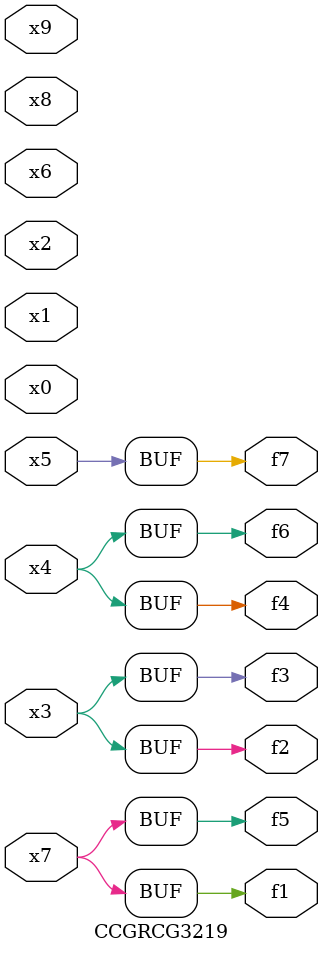
<source format=v>
module CCGRCG3219(
	input x0, x1, x2, x3, x4, x5, x6, x7, x8, x9,
	output f1, f2, f3, f4, f5, f6, f7
);
	assign f1 = x7;
	assign f2 = x3;
	assign f3 = x3;
	assign f4 = x4;
	assign f5 = x7;
	assign f6 = x4;
	assign f7 = x5;
endmodule

</source>
